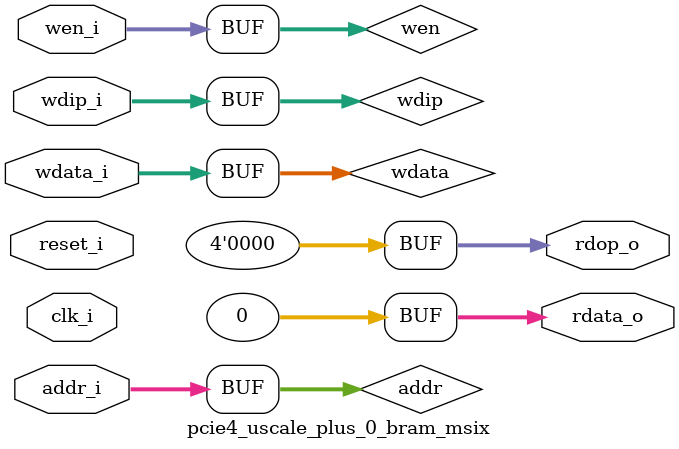
<source format=v>
`timescale 1ps/1ps

(* DowngradeIPIdentifiedWarnings = "yes" *)
module pcie4_uscale_plus_0_bram_msix #(

  parameter           TCQ = 100
, parameter           TO_RAM_PIPELINE="FALSE"
, parameter           FROM_RAM_PIPELINE="FALSE"
, parameter           MSIX_CAP_TABLE_SIZE=11'h0
, parameter           MSIX_TABLE_RAM_ENABLE="FALSE"

  ) (

  input  wire         clk_i,
  input  wire         reset_i,

  input  wire  [12:0] addr_i,
  input  wire  [31:0] wdata_i,
  input  wire   [3:0] wdip_i,
  input  wire   [3:0] wen_i,
  output wire  [31:0] rdata_o,
  output wire   [3:0] rdop_o

  );

  // WIP : Use Total number of functions (PFs + VFs) to calculate the NUM_BRAM_4K
  localparam integer NUM_BRAM_4K = (MSIX_TABLE_RAM_ENABLE == "TRUE") ? 8 : 0 ;
 

  reg          [12:0] addr;
  reg          [12:0] addr_p0;
  reg          [12:0] addr_p1;
  reg          [31:0] wdata;
  reg           [3:0] wdip;
  reg           [3:0] wen;
  reg          [31:0] reg_rdata;
  reg           [3:0] reg_rdop;
  wire         [31:0] rdata;
  wire          [3:0] rdop;
  genvar              i;
  wire    [(8*4)-1:0] bram_4k_wen;
  wire   [(8*32)-1:0] rdata_t;
  wire    [(8*4)-1:0] rdop_t;

  //
  // Optional input pipe stages
  //
  generate

    if (TO_RAM_PIPELINE == "TRUE") begin : TORAMPIPELINE

      always @(posedge clk_i) begin
     
        if (reset_i) begin

          addr <= #(TCQ) 13'b0;
          wdata <= #(TCQ) 32'b0;
          wdip <= #(TCQ) 4'b0;
          wen <= #(TCQ) 4'b0;

        end else begin

          addr <= #(TCQ) addr_i;
          wdata <= #(TCQ) wdata_i;
          wdip <= #(TCQ) wdip_i;
          wen <= #(TCQ) wen_i;

        end

      end

    end else begin : NOTORAMPIPELINE

      always @(*) begin

          addr = addr_i;
          wdata = wdata_i;
          wdip = wdip_i;
          wen = wen_i;

      end


    end

  endgenerate

  // 
  // Address pipeline
  //
  always @(posedge clk_i) begin
     
    if (reset_i) begin

      addr_p0 <= #(TCQ) 13'b0;
      addr_p1 <= #(TCQ) 13'b0;

    end else begin

      addr_p0 <= #(TCQ) addr;
      addr_p1 <= #(TCQ) addr_p0;

    end

  end

  //
  // Optional output pipe stages
  //
  generate

    if (FROM_RAM_PIPELINE == "TRUE") begin : FRMRAMPIPELINE


      always @(posedge clk_i) begin
     
        if (reset_i) begin

          reg_rdata <= #(TCQ) 32'b0;
          reg_rdop <= #(TCQ) 4'b0;

        end else begin

          case (addr_p1[12:10]) 
            3'b000 : begin
              reg_rdata <= #(TCQ) rdata_t[(32*(0))+31:(32*(0))+0];
              reg_rdop <= #(TCQ) rdop_t[(4*(0))+3:(4*(0))+0];
            end
            3'b001 : begin
              reg_rdata <= #(TCQ) rdata_t[(32*(1))+31:(32*(1))+0];
              reg_rdop <= #(TCQ) rdop_t[(4*(1))+3:(4*(1))+0];
            end
            3'b010 : begin
              reg_rdata <= #(TCQ) rdata_t[(32*(2))+31:(32*(2))+0];
              reg_rdop <= #(TCQ) rdop_t[(4*(2))+3:(4*(2))+0];
            end
            3'b011 : begin
              reg_rdata <= #(TCQ) rdata_t[(32*(3))+31:(32*(3))+0];
              reg_rdop <= #(TCQ) rdop_t[(4*(3))+3:(4*(3))+0];
            end
            3'b100 : begin
              reg_rdata <= #(TCQ) rdata_t[(32*(4))+31:(32*(4))+0];
              reg_rdop <= #(TCQ) rdop_t[(4*(4))+3:(4*(4))+0];
            end
            3'b101 : begin
              reg_rdata <= #(TCQ) rdata_t[(32*(5))+31:(32*(5))+0];
              reg_rdop <= #(TCQ) rdop_t[(4*(5))+3:(4*(5))+0];
            end
            3'b110 : begin
              reg_rdata <= #(TCQ) rdata_t[(32*(6))+31:(32*(6))+0];
              reg_rdop <= #(TCQ) rdop_t[(4*(6))+3:(4*(6))+0];
            end
            3'b111 : begin
              reg_rdata <= #(TCQ) rdata_t[(32*(7))+31:(32*(7))+0];
              reg_rdop <= #(TCQ) rdop_t[(4*(7))+3:(4*(7))+0];
            end
          endcase

        end

      end

    end else begin : NOFRMRAMPIPELINE

      always @(*) begin

          case (addr_p1[12:10]) 
            3'b000 : begin
              reg_rdata <= #(TCQ) rdata_t[(32*(0))+31:(32*(0))+0];
              reg_rdop <= #(TCQ) rdop_t[(4*(0))+3:(4*(0))+0];
            end
            3'b001 : begin
              reg_rdata <= #(TCQ) rdata_t[(32*(1))+31:(32*(1))+0];
              reg_rdop <= #(TCQ) rdop_t[(4*(1))+3:(4*(1))+0];
            end
            3'b010 : begin
              reg_rdata <= #(TCQ) rdata_t[(32*(2))+31:(32*(2))+0];
              reg_rdop <= #(TCQ) rdop_t[(4*(2))+3:(4*(2))+0];
            end
            3'b011 : begin
              reg_rdata <= #(TCQ) rdata_t[(32*(3))+31:(32*(3))+0];
              reg_rdop <= #(TCQ) rdop_t[(4*(3))+3:(4*(3))+0];
            end
            3'b100 : begin
              reg_rdata <= #(TCQ) rdata_t[(32*(4))+31:(32*(4))+0];
              reg_rdop <= #(TCQ) rdop_t[(4*(4))+3:(4*(4))+0];
            end
            3'b101 : begin
              reg_rdata <= #(TCQ) rdata_t[(32*(5))+31:(32*(5))+0];
              reg_rdop <= #(TCQ) rdop_t[(4*(5))+3:(4*(5))+0];
            end
            3'b110 : begin
              reg_rdata <= #(TCQ) rdata_t[(32*(6))+31:(32*(6))+0];
              reg_rdop <= #(TCQ) rdop_t[(4*(6))+3:(4*(6))+0];
            end
            3'b111 : begin
              reg_rdata <= #(TCQ) rdata_t[(32*(7))+31:(32*(7))+0];
              reg_rdop <= #(TCQ) rdop_t[(4*(7))+3:(4*(7))+0];
            end
          endcase

      end

    end
  
  endgenerate

  assign rdata_o = (MSIX_TABLE_RAM_ENABLE == "TRUE") ?  reg_rdata : 32'h0;
  assign rdop_o = (MSIX_TABLE_RAM_ENABLE == "TRUE") ? reg_rdop : 4'h0;

  generate 
  
    for (i=0; i<NUM_BRAM_4K; i=i+1) begin : BRAM4K

      pcie4_uscale_plus_0_bram_4k_int #(
          .TCQ(TCQ)
        )
        bram_4k_int (
    
          .clk_i (clk_i),
          .reset_i (reset_i),
    
          .addr_i(addr[9:0]),
          .wdata_i(wdata),
          .wdip_i(wdip),
          .wen_i(bram_4k_wen[(4*(i))+3:(4*(i))+0]),
          .rdata_o(rdata_t[(32*i)+31:(32*i)+0]),
          .rdop_o(rdop_t[(4*i)+3:(4*i)+0]),
          .baddr_i(10'b0),
          .brdata_o()

      );
      assign bram_4k_wen[(4*(i))+3:(4*(i))+0] = wen & {4{(i == addr[12:10])}};  
      
    end

  endgenerate

endmodule

</source>
